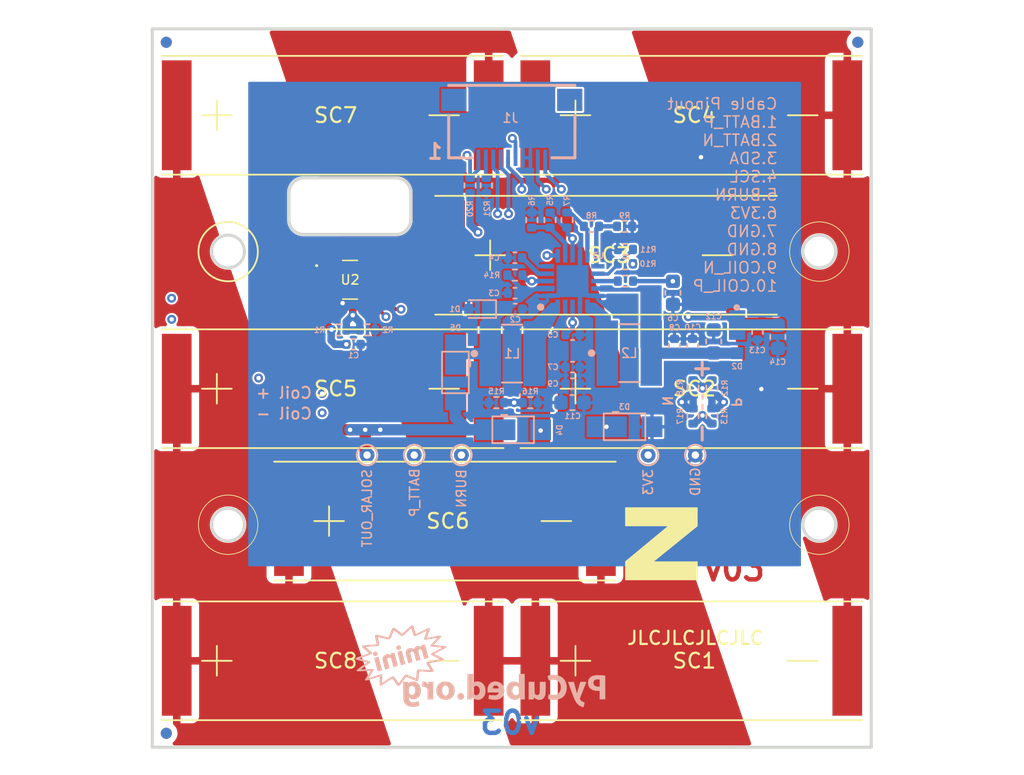
<source format=kicad_pcb>
(kicad_pcb (version 20211014) (generator pcbnew)
  (layers (0 "F.Cu" signal "Top") (1 "In1.Cu" signal) (2 "In2.Cu" signal) (3 "In3.Cu" signal) (4 "In4.Cu" signal) (31 "B.Cu" signal "Bottom") (34 "B.Paste" user) (35 "F.Paste" user) (36 "B.SilkS" user "B.Silkscreen") (37 "F.SilkS" user "F.Silkscreen") (38 "B.Mask" user) (39 "F.Mask" user) (44 "Edge.Cuts" user))
  (net 0 "")
  (net 1 "VSOLAR_FULL")
  (net 2 "+3V3")
  (net 3 "GND")
  (net 4 "SDA1")
  (net 5 "SCL1")
  (net 6 "BURN1")
  (net 7 "BATT_P")
  (net 8 "BATT_N")
  (net 9 "COIL_N")
  (net 10 "/VBAT")
  (net 11 "Net-(L1-Pad2)")
  (net 12 "VOUT_EN")
  (net 13 "VSOLAR")
  (net 14 "VBAT_OK")
  (net 15 "COIL_P")
  (net 16 "Net-(C4-Pad1)")
  (net 17 "Net-(C10-Pad1)")
  (net 18 "Net-(C11-Pad1)")
  (net 19 "Net-(L2-Pad1)")
  (net 20 "Net-(R10-Pad2)")
  (net 21 "Net-(R5-Pad1)")
  (net 22 "Net-(R7-Pad1)")
  (net 23 "Net-(R8-Pad1)")
  (net 24 "Net-(R10-Pad1)")
  (net 25 "Net-(R14-Pad1)")
  (net 26 "/coil")
  (net 27 "Net-(D3-Pad1)")
  (net 28 "Net-(R1-Pad1)")
  (footprint "SolarCellParts:KXOB25-05X3F" (layer "F.Cu") (at 109.6264 82.565799)
    (fp_text reference "SC1")
    (fp_text value "SolarCell")
  )
  (footprint "SolarCellParts:KXOB25-05X3F" (layer "F.Cu") (at 109.6264 64.2366)
    (fp_text reference "SC2")
    (fp_text value "SolarCell")
  )
  (footprint "SolarCellParts:KXOB25-05X3F" (layer "F.Cu") (at 103.886 55.245)
    (fp_text reference "SC3")
    (fp_text value "SolarCell")
  )
  (footprint "SolarCellParts:KXOB25-05X3F" (layer "F.Cu") (at 109.6264 45.815783)
    (fp_text reference "SC4")
    (fp_text value "SolarCell")
  )
  (footprint "SolarCellParts:KXOB25-05X3F" (layer "F.Cu") (at 85.484401 64.2366)
    (fp_text reference "SC5")
    (fp_text value "SolarCell")
  )
  (footprint "SolarCellParts:KXOB25-05X3F" (layer "F.Cu") (at 93.0402 73.152)
    (fp_text reference "SC6")
    (fp_text value "SolarCell")
  )
  (footprint "SolarCellParts:KXOB25-05X3F" (layer "F.Cu") (at 85.484394 45.815796)
    (fp_text reference "SC7")
    (fp_text value "SolarCell")
  )
  (footprint "SolarCellParts:KXOB25-05X3F" (layer "F.Cu") (at 85.484401 82.565799)
    (fp_text reference "SC8")
    (fp_text value "SolarCell")
  )
  (footprint "Fiducial:Fiducial_0.75mm_Mask1.5mm" (layer "F.Cu") (at 84.7835 40.9)
    (fp_text reference "REF**" hide)
    (fp_text value "Fiducial_0.75mm_Mask1.5mm")
  )
  (footprint "Fiducial:Fiducial_0.75mm_Mask1.5mm" (layer "F.Cu") (at 84.7835 87.45)
    (fp_text reference "REF**" hide)
    (fp_text value "Fiducial_0.75mm_Mask1.5mm")
  )
  (footprint "Fiducial:Fiducial_0.75mm_Mask1.5mm" (layer "F.Cu") (at 131.3335 40.9)
    (fp_text reference "REF**" hide)
    (fp_text value "Fiducial_0.75mm_Mask1.5mm")
  )
  (footprint "custom-footprints:ypanel" (layer "F.Cu") (at 118.7704 74.93 180)
    (fp_text reference "Ref**" hide)
    (fp_text value "Val**" hide)
  )
  (footprint "misc-circuits:TSL2561" (layer "F.Cu") (at 97.155 56.896)
    (fp_text reference "U2")
    (fp_text value "Value" hide)
  )
  (footprint "Resistor_SMD:R_0402_1005Metric" (layer "B.Cu") (at 111.76 52.874602 -90)
    (fp_text reference "R7")
    (fp_text value "374K")
  )
  (footprint "Capacitor_SMD:C_0402_1005Metric" (layer "B.Cu") (at 118.991 61.358202 90)
    (fp_text reference "C8")
    (fp_text value "4.7uF")
  )
  (footprint "Resistor_SMD:R_0402_1005Metric" (layer "B.Cu") (at 109.2882 65.173202 180)
    (fp_text reference "R16")
    (fp_text value "0")
  )
  (footprint "Resistor_SMD:R_0402_1005Metric" (layer "B.Cu") (at 108.2517 56.583002 180)
    (fp_text reference "R14")
    (fp_text value "0")
  )
  (footprint "Resistor_SMD:R_0402_1005Metric" (layer "B.Cu") (at 113.403 53.298702 180)
    (fp_text reference "R8")
    (fp_text value "8.25M")
  )
  (footprint "Resistor_SMD:R_0402_1005Metric" (layer "B.Cu") (at 115.689 55.821002)
    (fp_text reference "R10")
    (fp_text value "8.25M")
  )
  (footprint "Capacitor_SMD:C_0402_1005Metric" (layer "B.Cu") (at 124.579 60.443802 -90)
    (fp_text reference "C13")
    (fp_text value "0.1uF")
  )
  (footprint "Resistor_SMD:R_0402_1005Metric" (layer "B.Cu") (at 109.3898 52.874602 -90)
    (fp_text reference "R6")
    (fp_text value "5.62M")
  )
  (footprint "Resistor_SMD:R_0402_1005Metric" (layer "B.Cu") (at 110.617 52.874602 90)
    (fp_text reference "R5")
    (fp_text value "7.32M")
  )
  (footprint "Resistor_SMD:R_0402_1005Metric" (layer "B.Cu") (at 115.6382 53.298702 180)
    (fp_text reference "R9")
    (fp_text value "4.53M")
  )
  (footprint "Resistor_SMD:R_0402_1005Metric" (layer "B.Cu") (at 115.689 54.855802)
    (fp_text reference "R11")
    (fp_text value "4.75M")
  )
  (footprint "Capacitor_SMD:C_0603_1608Metric" (layer "B.Cu") (at 121.6326 61.053402 90)
    (fp_text reference "C12")
    (fp_text value "100uF")
  )
  (footprint "Diode_SMD:D_SOD-523" (layer "B.Cu") (at 105.8338 58.869002 180)
    (fp_text reference "D1")
    (fp_text value "SDM20U40-7")
  )
  (footprint "Capacitor_SMD:C_0603_1608Metric" (layer "B.Cu") (at 125.9506 60.748602 -90)
    (fp_text reference "C14")
    (fp_text value "100uF")
  )
  (footprint "Capacitor_SMD:C_0402_1005Metric" (layer "B.Cu") (at 112.133 63.898202)
    (fp_text reference "C9")
    (fp_text value "0.1uF")
  )
  (footprint "Capacitor_SMD:C_0603_1608Metric" (layer "B.Cu") (at 118.8894 57.776902 -90)
    (fp_text reference "C6")
    (fp_text value "100uF")
  )
  (footprint "Capacitor_SMD:C_0402_1005Metric" (layer "B.Cu") (at 120.2102 61.358202 90)
    (fp_text reference "C10")
    (fp_text value "0.1uF")
  )
  (footprint "Capacitor_SMD:C_0402_1005Metric" (layer "B.Cu") (at 108.2517 55.414602 180)
    (fp_text reference "C4")
    (fp_text value "10nF")
  )
  (footprint "Capacitor_SMD:C_0603_1608Metric" (layer "B.Cu") (at 112.1252 65.173202)
    (fp_text reference "C11")
    (fp_text value "100uF")
  )
  (footprint "Capacitor_SMD:C_0402_1005Metric" (layer "B.Cu") (at 97.3836 61.24509 180)
    (fp_text reference "C1")
    (fp_text value "1.0uF")
  )
  (footprint "Capacitor_SMD:C_0402_1005Metric" (layer "B.Cu") (at 108.2722 58.869002)
    (fp_text reference "C2")
    (fp_text value "0.1uF")
  )
  (footprint "Capacitor_SMD:C_0402_1005Metric" (layer "B.Cu") (at 112.133 62.780602)
    (fp_text reference "C7")
    (fp_text value "22uF")
  )
  (footprint "misc-circuits:LPS4018" (layer "B.Cu") (at 108.0612 61.871202)
    (fp_text reference "L1")
    (fp_text value "22uH-LPS4018-223MR" hide)
  )
  (footprint "Resistor_SMD:R_0402_1005Metric" (layer "B.Cu") (at 107.0022 65.173202)
    (fp_text reference "R15")
    (fp_text value "0")
  )
  (footprint "Capacitor_SMD:C_0402_1005Metric" (layer "B.Cu") (at 108.2517 57.802202 180)
    (fp_text reference "C3")
    (fp_text value "4.7uF")
  )
  (footprint "misc-circuits:LPS4018" (layer "B.Cu") (at 115.95044 61.838182)
    (fp_text reference "L2")
    (fp_text value "10uH-LPS4018-103MR" hide)
  )
  (footprint "Capacitor_SMD:C_0402_1005Metric" (layer "B.Cu") (at 112.133 60.596202)
    (fp_text reference "C5")
    (fp_text value "0.1uF")
  )
  (footprint "misc-circuits:XF2M-1015-1A" (layer "B.Cu") (at 108.04144 48.681767)
    (fp_text reference "J1")
    (fp_text value "XF2M-1015-1A" hide)
  )
  (footprint "Resistor_SMD:R_0402_1005Metric" (layer "B.Cu") (at 121.5136 66.0781 90)
    (fp_text reference "R13")
    (fp_text value "0")
  )
  (footprint "Resistor_SMD:R_0402_1005Metric" (layer "B.Cu") (at 121.5136 64.1731 90)
    (fp_text reference "R12")
    (fp_text value "0")
  )
  (footprint "Resistor_SMD:R_0402_1005Metric" (layer "B.Cu") (at 98.3234 60.2742 180)
    (fp_text reference "R2")
    (fp_text value "0")
  )
  (footprint "Resistor_SMD:R_0402_1005Metric" (layer "B.Cu") (at 106.3244 50.546 -90)
    (fp_text reference "R21")
    (fp_text value "0")
  )
  (footprint "Resistor_SMD:R_0402_1005Metric" (layer "B.Cu") (at 115.689 56.989402)
    (fp_text reference "R22" hide)
    (fp_text value "0")
  )
  (footprint "misc-circuits:MICROSMP" (layer "B.Cu") (at 123.2074 60.596202 -90)
    (fp_text reference "D2")
    (fp_text value "MSS1P4-M3_89A" hide)
  )
  (footprint "Resistor_SMD:R_0402_1005Metric" (layer "B.Cu") (at 105.2322 50.546 -90)
    (fp_text reference "R20")
    (fp_text value "0")
  )
  (footprint "Fiducial:Fiducial_0.75mm_Mask1.5mm" (layer "B.Cu") (at 131.3335 40.9)
    (fp_text reference "REF**" hide)
    (fp_text value "Fiducial_0.75mm_Mask1.5mm")
  )
  (footprint "Fiducial:Fiducial_0.75mm_Mask1.5mm" (layer "B.Cu") (at 84.7835 40.9)
    (fp_text reference "REF**" hide)
    (fp_text value "Fiducial_0.75mm_Mask1.5mm")
  )
  (footprint "Fiducial:Fiducial_0.75mm_Mask1.5mm" (layer "B.Cu") (at 84.7835 87.45)
    (fp_text reference "REF**" hide)
    (fp_text value "Fiducial_0.75mm_Mask1.5mm")
  )
  (footprint "SolarCellParts:SB Diode" (layer "B.Cu") (at 108.1317 67.001202)
    (fp_text reference "D4")
    (fp_text value "SBDiode")
  )
  (footprint "SolarCellParts:SB Diode" (layer "B.Cu") (at 104.2455 63.141202 -90)
    (fp_text reference "D5")
    (fp_text value "SBDiode")
  )
  (footprint "TestPoint:TestPoint_THTPad_D1.0mm_Drill0.5mm" (layer "B.Cu") (at 120.396 68.707)
    (fp_text reference "TP2" hide)
    (fp_text value "TP")
  )
  (footprint "TestPoint:TestPoint_THTPad_D1.0mm_Drill0.5mm" (layer "B.Cu") (at 117.221 68.707)
    (fp_text reference "TP3" hide)
    (fp_text value "TP")
  )
  (footprint "Resistor_SMD:R_0402_1005Metric" (layer "B.Cu") (at 96.393 60.27989 180)
    (fp_text reference "R1")
    (fp_text value "0")
  )
  (footprint "TestPoint:TestPoint_THTPad_D1.0mm_Drill0.5mm" (layer "B.Cu") (at 98.298 68.707)
    (fp_text reference "TP1" hide)
    (fp_text value "TP")
  )
  (footprint "TestPoint:TestPoint_THTPad_D1.0mm_Drill0.5mm" (layer "B.Cu") (at 104.648 68.707)
    (fp_text reference "TP4" hide)
    (fp_text value "TP")
  )
  (footprint "custom-footprints:pycubed_mini_logo" (layer "B.Cu") (at 99.126009 82.414348 180)
    (fp_text reference "Ref**" hide)
    (fp_text value "Val**" hide)
  )
  (footprint "Resistor_SMD:R_0402_1005Metric" (layer "B.Cu") (at 120.2436 66.0781 -90)
    (fp_text reference "R17")
    (fp_text value "0")
  )
  (footprint "TestPoint:TestPoint_THTPad_D1.0mm_Drill0.5mm" (layer "B.Cu") (at 101.473 68.707)
    (fp_text reference "TP5" hide)
    (fp_text value "TP")
  )
  (footprint "Resistor_SMD:R_0402_1005Metric" (layer "B.Cu") (at 120.2436 64.1731 -90)
    (fp_text reference "R18")
    (fp_text value "0")
  )
  (footprint "SolarCellParts:SB Diode" (layer "B.Cu") (at 115.6302 66.801602)
    (fp_text reference "D3")
    (fp_text value "MSS1P4-M3_89A")
  )
  (footprint "misc-circuits:QFN50P350X350X100-21N-D" (layer "B.Cu") (at 112.133 56.989402)
    (fp_text reference "U3")
    (fp_text value "Value" hide)
  )
  (gr_line (start 120.8786 65.6209) (end 120.8786 65.3034) (layer "B.SilkS") (width 0.12))
  (gr_line (start 120.8786 64.6049) (end 120.8786 64.9224) (layer "B.SilkS") (width 0.12))
  (gr_circle (center 128.746 55) (end 130.746 55) (layer "F.SilkS") (width 0.05) (fill none))
  (gr_circle (center 128.746 73.4) (end 130.746 73.4) (layer "F.SilkS") (width 0.05) (fill none))
  (gr_circle (center 88.946 73.4) (end 90.946 73.4) (layer "F.SilkS") (width 0.05) (fill none))
  (gr_circle (center 88.946 55) (end 90.946 55) (layer "F.SilkS") (width 0.12) (fill none))
  (gr_circle (center 88.941 54.991) (end 87.841 54.991) (layer "Edge.Cuts") (width 0.2) (fill none))
  (gr_line (start 100.241 50.041) (end 94.041 50.041) (layer "Edge.Cuts") (width 0.2))
  (gr_line (start 132.241 39.991) (end 132.241 88.391) (layer "Edge.Cuts") (width 0.2))
  (gr_line (start 132.241 88.391) (end 83.841 88.391) (layer "Edge.Cuts") (width 0.2))
  (gr_circle (center 88.941 73.391) (end 87.841 73.391) (layer "Edge.Cuts") (width 0.2) (fill none))
  (gr_line (start 83.841 88.391) (end 83.841 39.991) (layer "Edge.Cuts") (width 0.2))
  (gr_line (start 83.841 39.991) (end 132.241 39.991) (layer "Edge.Cuts") (width 0.2))
  (gr_line (start 94.041 53.841) (end 100.241 53.841) (layer "Edge.Cuts") (width 0.2))
  (gr_circle (center 128.741003 73.390989) (end 129.841003 73.390989) (layer "Edge.Cuts") (width 0.2) (fill none))
  (gr_circle (center 128.741 54.991) (end 127.641 54.991) (layer "Edge.Cuts") (width 0.2) (fill none))
  (gr_line (start 101.241 52.841) (end 101.241 51.041) (layer "Edge.Cuts") (width 0.2))
  (gr_line (start 93.041 51.041) (end 93.041 52.841) (layer "Edge.Cuts") (width 0.2))
  (gr_arc (start 100.241 50.041) (mid 100.948107 50.333893) (end 101.241 51.041) (layer "Edge.Cuts") (width 0.2))
  (gr_arc (start 94.041 53.841) (mid 93.333893 53.548107) (end 93.041 52.841) (layer "Edge.Cuts") (width 0.2))
  (gr_arc (start 101.241 52.841) (mid 100.948107 53.548107) (end 100.241 53.841) (layer "Edge.Cuts") (width 0.2))
  (gr_arc (start 93.041 51.041) (mid 93.333893 50.333893) (end 94.041 50.041) (layer "Edge.Cuts") (width 0.2))
  (gr_text "v03\n" (at 123.0376 76.4032) (layer "F.Cu") (effects (font (size 1.5 1.5) (thickness 0.3))))
  (gr_text "v03\n" (at 107.95 86.741) (layer "B.Cu") (effects (font (size 1.5 1.5) (thickness 0.3)) (justify mirror)))
  (gr_text "3V3" (at 117.221 69.596 90) (layer "B.SilkS") (effects (font (size 0.635 0.635) (thickness 0.1016)) (justify left mirror)))
  (gr_text "+" (at 120.777 62.8904 90) (layer "B.SilkS") (effects (font (size 1.143 1.143) (thickness 0.2032)) (justify mirror)))
  (gr_text "-" (at 120.777 67.2592 90) (layer "B.SilkS") (effects (font (size 1.143 1.143) (thickness 0.2032)) (justify mirror)))
  (gr_text "GND" (at 120.396 69.469 90) (layer "B.SilkS") (effects (font (size 0.635 0.635) (thickness 0.1016)) (justify left mirror)))
  (gr_text "P" (at 123.1392 65.151 270) (layer "B.SilkS") (effects (font (size 0.635 0.635) (thickness 0.127)) (justify mirror)))
  (gr_text "N" (at 118.5672 65.057652 90) (layer "B.SilkS") (effects (font (size 0.635 0.635) (thickness 0.127)) (justify mirror)))
  (gr_text "BATT_P" (at 101.4984 69.5452 90) (layer "B.SilkS") (effects (font (size 0.635 0.635) (thickness 0.1016)) (justify left mirror)))
  (gr_text "BURN" (at 104.648 69.596 90) (layer "B.SilkS") (effects (font (size 0.635 0.635) (thickness 0.1016)) (justify left mirror)))
  (gr_text "Cable Pinout\n1.BATT_P\n2.BATT_N\n3.SDA\n4.SCL\n5.BURN\n6.3V3\n7.GND\n8.GND\n9.COIL_N\n10.COIL_P\n" (at 125.984 51.181) (layer "B.SilkS") (effects (font (size 0.762 0.762) (thickness 0.1016)) (justify left mirror)))
  (gr_text "Coil -" (at 92.71 65.913) (layer "B.SilkS") (effects (font (size 0.762 0.762) (thickness 0.127)) (justify mirror)))
  (gr_text "1" (at 102.87 48.26) (layer "B.SilkS") (effects (font (size 1.016 1.016) (thickness 0.2032)) (justify mirror)))
  (gr_text "SOLAR_OUT\n" (at 98.298 69.596 90) (layer "B.SilkS") (effects (font (size 0.635 0.635) (thickness 0.1016)) (justify left mirror)))
  (gr_text "Coil +" (at 92.71 64.516) (layer "B.SilkS") (effects (font (size 0.762 0.762) (thickness 0.127)) (justify mirror)))
  (gr_text "JLCJLCJLCJLC" (at 120.396 81.026) (layer "F.SilkS") (effects (font (size 0.889 0.889))))
  (segment (start 98.171 67.002002) (end 98.171 68.58) (width 0.762) (layer "F.Cu") (net 1))
  (segment (start 99.187 67.002002) (end 99.183802 67.0052) (width 0.762) (layer "F.Cu") (net 1))
  (segment (start 97.155 67.0052) (end 94.7928 67.0052) (width 0.762) (layer "F.Cu") (net 1))
  (segment (start 98.6028 67.0052) (end 97.155 67.0052) (width 0.762) (layer "F.Cu") (net 1))
  (segment (start 92.7862 71.2978) (end 92.7862 73.152) (width 0.762) (layer "F.Cu") (net 1))
  (segment (start 94.7928 67.0052) (end 93.0402 68.7578) (width 0.762) (layer "F.Cu") (net 1))
  (segment (start 98.171 68.58) (end 98.298 68.707) (width 0.762) (layer "F.Cu") (net 1))
  (segment (start 99.183802 67.0052) (end 98.6028 67.0052) (width 0.762) (layer "F.Cu") (net 1))
  (segment (start 93.0402 68.7578) (end 93.0402 73.152) (width 0.762) (layer "F.Cu") (net 1))
  (via (at 99.187 67.002002) (size 0.6) (drill 0.3) (layers "F.Cu" "B.Cu") (net 1))
  (via (at 97.155 67.0052) (size 0.6) (drill 0.3) (layers "F.Cu" "B.Cu") (net 1))
  (via (at 98.171 67.002002) (size 0.6) (drill 0.3) (layers "F.Cu" "B.Cu") (net 1))
  (segment (start 98.171 67.002002) (end 99.187 67.002002) (width 0.762) (layer "B.Cu") (net 1))
  (segment (start 106.9317 67.001202) (end 106.9309 67.002002) (width 0.762) (layer "B.Cu") (net 1))
  (segment (start 99.187 67.002002) (end 105.590998 67.002002) (width 0.762) (layer "B.Cu") (net 1))
  (segment (start 106.9309 67.002002) (end 105.590998 67.002002) (width 0.762) (layer "B.Cu") (net 1))
  (segment (start 97.158198 67.002002) (end 97.155 67.0052) (width 0.762) (layer "B.Cu") (net 1))
  (segment (start 98.171 67.002002) (end 97.158198 67.002002) (width 0.762) (layer "B.Cu") (net 1))
  (segment (start 105.0583 67.002002) (end 104.2455 66.189202) (width 0.762) (layer "B.Cu") (net 1))
  (segment (start 104.2455 66.189202) (end 104.2455 64.991202) (width 0.762) (layer "B.Cu") (net 1))
  (segment (start 105.590998 67.002002) (end 105.0583 67.002002) (width 0.762) (layer "B.Cu") (net 1))
  (segment (start 95.705 55.946) (end 95.093978 55.946) (width 0.508) (layer "F.Cu") (net 2))
  (segment (start 94.488 56.551978) (end 94.488 58.83209) (width 0.508) (layer "F.Cu") (net 2))
  (segment (start 95.093978 55.946) (end 94.488 56.551978) (width 0.508) (layer "F.Cu") (net 2))
  (segment (start 94.488 58.83209) (end 95.9104 60.25449) (width 0.508) (layer "F.Cu") (net 2))
  (via (at 119.9228 59.384802) (size 0.6) (drill 0.3) (layers "F.Cu" "B.Cu") (net 2))
  (via (at 108.077 47.371) (size 0.6) (drill 0.3) (layers "F.Cu" "B.Cu") (net 2))
  (via (at 96.9036 61.24509) (size 0.6) (drill 0.3) (layers "F.Cu" "B.Cu") (net 2))
  (via (at 95.9104 60.25449) (size 0.6) (drill 0.3) (layers "F.Cu" "B.Cu") (net 2))
  (segment (start 119.9228 59.384802) (end 122.646 59.384802) (width 0.508) (layer "B.Cu") (net 2))
  (segment (start 125.9357 59.946202) (end 125.9506 59.961102) (width 0.762) (layer "B.Cu") (net 2))
  (segment (start 96.14269 61.24509) (end 96.9036 61.24509) (width 0.508) (layer "B.Cu") (net 2))
  (segment (start 122.646 59.384802) (end 123.2074 59.946202) (width 0.508) (layer "B.Cu") (net 2))
  (segment (start 95.883 60.9854) (end 96.14269 61.24509) (width 0.508) (layer "B.Cu") (net 2))
  (segment (start 108.29144 48.681767) (end 108.29144 47.58544) (width 0.254) (layer "B.Cu") (net 2))
  (segment (start 123.2074 59.946202) (end 125.9357 59.946202) (width 0.762) (layer "B.Cu") (net 2))
  (segment (start 108.29144 47.58544) (end 108.077 47.371) (width 0.254) (layer "B.Cu") (net 2))
  (segment (start 95.883 60.27989) (end 95.883 60.9854) (width 0.508) (layer "B.Cu") (net 2))
  (segment (start 96.6523 58.4708) (end 96.6092 58.4708) (width 0.508) (layer "F.Cu") (net 3))
  (segment (start 96.6092 58.4708) (end 95.9844 57.846) (width 0.508) (layer "F.Cu") (net 3))
  (via (at 120.777 48.641) (size 0.6) (drill 0.3) (layers "F.Cu" "B.Cu") (net 3))
  (via (at 124.841 64.262) (size 0.6) (drill 0.3) (layers "F.Cu" "B.Cu") (net 3))
  (via (at 96.6523 58.4708) (size 0.6) (drill 0.3) (layers "F.Cu" "B.Cu") (net 3))
  (segment (start 113.104089 57.960491) (end 112.133 56.989402) (width 0.3048) (layer "B.Cu") (net 3))
  (segment (start 112.633 57.489402) (end 112.133 56.989402) (width 0.3048) (layer "B.Cu") (net 3))
  (segment (start 112.633 56.489402) (end 112.133 56.989402) (width 0.3048) (layer "B.Cu") (net 3))
  (segment (start 110.461911 57.960491) (end 111.161911 57.960491) (width 0.3048) (layer "B.Cu") (net 3))
  (segment (start 110.433 57.989402) (end 110.461911 57.960491) (width 0.3048) (layer "B.Cu") (net 3))
  (segment (start 112.633 55.289402) (end 112.633 56.489402) (width 0.3048) (layer "B.Cu") (net 3))
  (segment (start 113.804089 57.960491) (end 113.104089 57.960491) (width 0.3048) (layer "B.Cu") (net 3))
  (segment (start 111.161911 57.960491) (end 112.133 56.989402) (width 0.3048) (layer "B.Cu") (net 3))
  (segment (start 112.633 58.689402) (end 112.633 57.489402) (width 0.3048) (layer "B.Cu") (net 3))
  (segment (start 99.126 55.946) (end 98.605 55.946) (width 0.254) (layer "F.Cu") (net 4))
  (segment (start 100.2083 58.8825) (end 99.7712 58.4454) (width 0.254) (layer "F.Cu") (net 4))
  (segment (start 100.584 58.8825) (end 100.2083 58.8825) (width 0.254) (layer "F.Cu") (net 4))
  (segment (start 99.7712 58.4454) (end 99.7712 56.5912) (width 0.254) (layer "F.Cu") (net 4))
  (segment (start 99.7712 56.5912) (end 99.126 55.946) (width 0.254) (layer "F.Cu") (net 4))
  (via (at 107.0864 52.451) (size 0.6) (drill 0.3) (layers "F.Cu" "B.Cu") (net 4))
  (via (at 100.584 58.8825) (size 0.6) (drill 0.3) (layers "F.Cu" "B.Cu") (net 4))
  (segment (start 106.79144 49.363789) (end 106.79144 48.681767) (width 0.254) (layer "B.Cu") (net 4))
  (segment (start 107.0864 52.451) (end 107.0864 49.658749) (width 0.254) (layer "B.Cu") (net 4))
  (segment (start 107.0864 49.658749) (end 106.79144 49.363789) (width 0.254) (layer "B.Cu") (net 4))
  (segment (start 98.605 58.4222) (end 98.605 57.846) (width 0.254) (layer "F.Cu") (net 5))
  (segment (start 99.568 59.3852) (end 98.605 58.4222) (width 0.254) (layer "F.Cu") (net 5))
  (via (at 99.568 59.3852) (size 0.6) (drill 0.3) (layers "F.Cu" "B.Cu") (net 5))
  (via (at 107.823 52.451) (size 0.6) (drill 0.3) (layers "F.Cu" "B.Cu") (net 5))
  (segment (start 107.823 52.451) (end 107.812322 52.440322) (width 0.254) (layer "B.Cu") (net 5))
  (segment (start 107.29144 49.325653) (end 107.29144 48.681767) (width 0.254) (layer "B.Cu") (net 5))
  (segment (start 107.812322 49.846535) (end 107.29144 49.325653) (width 0.254) (layer "B.Cu") (net 5))
  (segment (start 107.812322 52.440322) (end 107.812322 49.846535) (width 0.254) (layer "B.Cu") (net 5))
  (via (at 108.712 50.8) (size 0.6) (drill 0.3) (layers "F.Cu" "B.Cu") (net 6))
  (segment (start 108.712 50.208077) (end 108.712 50.8) (width 0.254) (layer "B.Cu") (net 6))
  (segment (start 107.79144 49.287517) (end 108.712 50.208077) (width 0.254) (layer "B.Cu") (net 6))
  (segment (start 107.79144 48.681767) (end 107.79144 49.287517) (width 0.254) (layer "B.Cu") (net 6))
  (via (at 105.029 48.514) (size 0.6) (drill 0.3) (layers "F.Cu" "B.Cu") (net 7))
  (segment (start 105.2322 48.7172) (end 105.029 48.514) (width 0.254) (layer "B.Cu") (net 7))
  (segment (start 105.79144 49.47676) (end 105.2322 50.036) (width 0.254) (layer "B.Cu") (net 7))
  (segment (start 105.79144 48.681767) (end 105.79144 49.47676) (width 0.254) (layer "B.Cu") (net 7))
  (segment (start 105.2322 50.036) (end 105.2322 48.7172) (width 0.254) (layer "B.Cu") (net 7))
  (segment (start 106.29144 48.681767) (end 106.29144 50.00304) (width 0.254) (layer "B.Cu") (net 8))
  (segment (start 106.29144 50.00304) (end 106.3244 50.036) (width 0.254) (layer "B.Cu") (net 8))
  (via (at 110.363 50.8) (size 0.6) (drill 0.3) (layers "F.Cu" "B.Cu") (net 9))
  (via (at 119.4816 65.1383) (size 0.6) (drill 0.3) (layers "F.Cu" "B.Cu") (net 9))
  (segment (start 120.2436 64.6831) (end 119.9368 64.6831) (width 0.508) (layer "B.Cu") (net 9))
  (segment (start 110.363 50.8) (end 109.79144 50.22844) (width 0.254) (layer "B.Cu") (net 9))
  (segment (start 120.2436 65.5681) (end 119.9114 65.5681) (width 0.508) (layer "B.Cu") (net 9))
  (segment (start 119.9368 64.6831) (end 119.4816 65.1383) (width 0.508) (layer "B.Cu") (net 9))
  (segment (start 119.9114 65.5681) (end 119.4816 65.1383) (width 0.508) (layer "B.Cu") (net 9))
  (segment (start 109.79144 50.22844) (end 109.79144 48.681767) (width 0.254) (layer "B.Cu") (net 9))
  (segment (start 120.2436 65.5681) (end 120.2436 64.6831) (width 0.508) (layer "B.Cu") (net 9))
  (via (at 112.133 59.783402) (size 0.6) (drill 0.3) (layers "F.Cu" "B.Cu") (net 10))
  (via (at 105.766891 53.696891) (size 0.6) (drill 0.3) (layers "F.Cu" "B.Cu") (net 10))
  (segment (start 105.2322 51.056) (end 105.2322 53.1622) (width 0.508) (layer "B.Cu") (net 10))
  (segment (start 111.6758 60.596202) (end 111.648 60.596202) (width 0.3048) (layer "B.Cu") (net 10))
  (segment (start 112.133 58.689402) (end 112.133 59.783402) (width 0.29972) (layer "B.Cu") (net 10))
  (segment (start 105.2322 53.1622) (end 105.766891 53.696891) (width 0.508) (layer "B.Cu") (net 10))
  (segment (start 112.133 60.139002) (end 111.6758 60.596202) (width 0.3048) (layer "B.Cu") (net 10))
  (segment (start 112.133 59.783402) (end 112.133 60.139002) (width 0.3048) (layer "B.Cu") (net 10))
  (via (at 110.4058 55.262202) (size 0.6) (drill 0.3) (layers "F.Cu" "B.Cu") (net 12))
  (via (at 118.8814 56.997202) (size 0.6) (drill 0.3) (layers "F.Cu" "B.Cu") (net 12))
  (segment (start 110.4058 55.262202) (end 111.1058 55.262202) (width 0.3048) (layer "B.Cu") (net 12))
  (segment (start 118.8814 56.997202) (end 118.8736 56.989402) (width 0.3048) (layer "B.Cu") (net 12))
  (segment (start 111.1058 55.262202) (end 111.133 55.289402) (width 0.3048) (layer "B.Cu") (net 12))
  (segment (start 118.8736 56.989402) (end 116.174 56.989402) (width 0.3048) (layer "B.Cu") (net 12))
  (segment (start 108.7367 57.553002) (end 108.7367 57.807202) (width 0.29972) (layer "B.Cu") (net 13))
  (segment (start 107.7667 56.583002) (end 108.7367 57.553002) (width 0.29972) (layer "B.Cu") (net 13))
  (segment (start 104.3155 61.871202) (end 104.2455 61.941202) (width 0.762) (layer "B.Cu") (net 13))
  (segment (start 106.58165 61.871202) (end 104.3155 61.871202) (width 0.762) (layer "B.Cu") (net 13))
  (segment (start 113.833 56.989402) (end 115.204 56.989402) (width 0.3048) (layer "B.Cu") (net 14))
  (via (at 122.301 65.1383) (size 0.6) (drill 0.3) (layers "F.Cu" "B.Cu") (net 15))
  (via (at 111.379 50.8) (size 0.6) (drill 0.3) (layers "F.Cu" "B.Cu") (net 15))
  (segment (start 110.29144 49.71244) (end 110.29144 48.681767) (width 0.254) (layer "B.Cu") (net 15))
  (segment (start 111.379 50.8) (end 110.29144 49.71244) (width 0.254) (layer "B.Cu") (net 15))
  (segment (start 121.5136 65.5681) (end 121.8712 65.5681) (width 0.508) (layer "B.Cu") (net 15))
  (segment (start 121.5136 64.6831) (end 121.8458 64.6831) (width 0.508) (layer "B.Cu") (net 15))
  (segment (start 121.8712 65.5681) (end 122.301 65.1383) (width 0.508) (layer "B.Cu") (net 15))
  (segment (start 121.5136 65.5681) (end 121.5136 64.6831) (width 0.508) (layer "B.Cu") (net 15))
  (segment (start 121.8458 64.6831) (end 122.301 65.1383) (width 0.508) (layer "B.Cu") (net 15))
  (segment (start 110.433 56.489402) (end 109.8319 56.489402) (width 0.3048) (layer "B.Cu") (net 16))
  (segment (start 109.8319 56.489402) (end 108.7367 55.394202) (width 0.3048) (layer "B.Cu") (net 16))
  (segment (start 117.43801 61.846202) (end 117.42999 61.838182) (width 0.762) (layer "B.Cu") (net 17))
  (segment (start 123.2074 61.846202) (end 117.43801 61.846202) (width 0.762) (layer "B.Cu") (net 17))
  (via (at 112.1252 54.124202) (size 0.6) (drill 0.3) (layers "F.Cu" "B.Cu") (net 20))
  (via (at 116.189 55.841102) (size 0.6) (drill 0.3) (layers "F.Cu" "B.Cu") (net 20))
  (segment (start 116.189 55.831002) (end 116.199 55.821002) (width 0.29972) (layer "B.Cu") (net 20))
  (segment (start 110.6216 52.369202) (end 111.8077 53.555302) (width 0.29972) (layer "B.Cu") (net 20))
  (segment (start 112.133 55.289402) (end 112.133 54.132002) (width 0.29972) (layer "B.Cu") (net 20))
  (segment (start 116.189 55.841102) (end 116.189 55.831002) (width 0.29972) (layer "B.Cu") (net 20))
  (segment (start 111.8077 53.555302) (end 111.8077 53.806702) (width 0.29972) (layer "B.Cu") (net 20))
  (segment (start 111.8077 53.806702) (end 112.1252 54.124202) (width 0.29972) (layer "B.Cu") (net 20))
  (segment (start 112.133 54.132002) (end 112.1252 54.124202) (width 0.29972) (layer "B.Cu") (net 20))
  (segment (start 111.633 55.293498) (end 111.633 54.434502) (width 0.29972) (layer "B.Cu") (net 21))
  (segment (start 111.633 54.434502) (end 110.5581 53.359602) (width 0.29972) (layer "B.Cu") (net 21))
  (segment (start 110.5581 53.359602) (end 109.3898 53.359602) (width 0.29972) (layer "B.Cu") (net 21))
  (segment (start 113.133 53.538702) (end 111.9589 52.364602) (width 0.29972) (layer "B.Cu") (net 22))
  (segment (start 111.9589 52.364602) (end 111.76 52.364602) (width 0.29972) (layer "B.Cu") (net 22))
  (segment (start 113.133 55.289402) (end 113.133 53.538702) (width 0.29972) (layer "B.Cu") (net 22))
  (segment (start 113.731479 53.447423) (end 113.8802 53.298702) (width 0.29972) (layer "B.Cu") (net 23))
  (segment (start 113.833 55.989402) (end 113.731479 55.887881) (width 0.29972) (layer "B.Cu") (net 23))
  (segment (start 113.731479 55.887881) (end 113.731479 53.447423) (width 0.29972) (layer "B.Cu") (net 23))
  (segment (start 113.8802 53.298702) (end 115.1532 53.298702) (width 0.29972) (layer "B.Cu") (net 23))
  (segment (start 116.1662 54.868702) (end 115.1962 55.838702) (width 0.2286) (layer "B.Cu") (net 24))
  (segment (start 116.1662 54.855802) (end 116.1662 54.868702) (width 0.2286) (layer "B.Cu") (net 24))
  (segment (start 114.526044 56.508858) (end 115.1962 55.838702) (width 0.2286) (layer "B.Cu") (net 24))
  (segment (start 113.84836 56.508858) (end 114.526044 56.508858) (width 0.2286) (layer "B.Cu") (net 24))
  (via (at 109.3898 56.989402) (size 0.6) (drill 0.3) (layers "F.Cu" "B.Cu") (net 25))
  (via (at 108.199898 65.173202) (size 0.6) (drill 0.3) (layers "F.Cu" "B.Cu") (net 25))
  (segment (start 107.5122 65.173202) (end 108.199898 65.173202) (width 0.508) (layer "B.Cu") (net 25))
  (segment (start 110.433 56.989402) (end 109.3898 56.989402) (width 0.3048) (layer "B.Cu") (net 25))
  (segment (start 109.3898 56.989402) (end 109.1431 56.989402) (width 0.3048) (layer "B.Cu") (net 25))
  (segment (start 109.1431 56.989402) (end 108.7367 56.583002) (width 0.3048) (layer "B.Cu") (net 25))
  (segment (start 108.199898 65.173202) (end 108.7782 65.173202) (width 0.508) (layer "B.Cu") (net 25))
  (via (at 85.1408 58.1406) (size 0.6) (drill 0.3) (layers "F.Cu" "B.Cu") (net 26))
  (via (at 85.1465 59.563) (size 0.6) (drill 0.3) (layers "F.Cu" "B.Cu") (net 26))
  (via (at 90.9963 63.5204) (size 0.6) (drill 0.3) (layers "F.Cu" "B.Cu") (net 26))
  (via (at 95.2754 64.5668) (size 0.6) (drill 0.3) (layers "F.Cu" "B.Cu") (net 26))
  (via (at 95.2754 65.8622) (size 0.6) (drill 0.3) (layers "F.Cu" "B.Cu") (net 26))
  (via (at 120.8786 66.038931) (size 0.6) (drill 0.3) (layers "F.Cu" "B.Cu") (net 26))
  (via (at 120.8786 64.212269) (size 0.6) (drill 0.3) (layers "F.Cu" "B.Cu") (net 26))
  (segment (start 120.8786 64.212269) (end 120.329431 63.6631) (width 0.508) (layer "B.Cu") (net 26))
  (segment (start 120.8786 64.212269) (end 121.427769 63.6631) (width 0.508) (layer "B.Cu") (net 26))
  (segment (start 120.8786 66.038931) (end 120.329431 66.5881) (width 0.508) (layer "B.Cu") (net 26))
  (segment (start 121.445169 63.645952) (end 121.531 63.645952) (width 0.508) (layer "B.Cu") (net 26))
  (segment (start 121.427769 63.6631) (end 121.5136 63.6631) (width 0.508) (layer "B.Cu") (net 26))
  (segment (start 120.329431 63.6631) (end 120.2436 63.6631) (width 0.508) (layer "B.Cu") (net 26))
  (segment (start 120.8786 66.038931) (end 121.427769 66.5881) (width 0.508) (layer "B.Cu") (net 26))
  (segment (start 120.346831 63.645952) (end 120.261 63.645952) (width 0.508) (layer "B.Cu") (net 26))
  (segment (start 106.484401 64.2366) (end 109.6264 64.2366) (width 0.508) (layer "F.Cu") (net 27))
  (segment (start 109.626377 45.815796) (end 109.62639 45.815809) (width 0.508) (layer "F.Cu") (net 27))
  (segment (start 106.484394 45.815796) (end 109.626377 45.815796) (width 0.508) (layer "F.Cu") (net 27))
  (segment (start 106.484401 82.565799) (end 109.6264 82.565799) (width 0.508) (layer "F.Cu") (net 27))
  (via (at 114.411 66.801602) (size 0.6) (drill 0.3) (layers "F.Cu" "B.Cu") (net 27))
  (via (at 109.982 67.056) (size 0.6) (drill 0.3) (layers "F.Cu" "B.Cu") (net 27))
  (segment (start 96.595422 56.896) (end 95.705 56.896) (width 0.508) (layer "F.Cu") (net 28))
  (segment (start 97.3328 57.633378) (end 96.595422 56.896) (width 0.508) (layer "F.Cu") (net 28))
  (segment (start 97.3328 59.2836) (end 97.3328 57.633378) (width 0.508) (layer "F.Cu") (net 28))
  (via (at 97.3328 59.2836) (size 0.6) (drill 0.3) (layers "F.Cu" "B.Cu") (net 28))
  (segment (start 96.903 60.27989) (end 96.903 59.7134) (width 0.508) (layer "B.Cu") (net 28))
  (segment (start 96.903 59.7134) (end 97.3328 59.2836) (width 0.508) (layer "B.Cu") (net 28))
  (segment (start 97.8134 60.2742) (end 97.8134 59.7642) (width 0.508) (layer "B.Cu") (net 28))
  (segment (start 96.903 60.27989) (end 97.80771 60.27989) (width 0.508) (layer "B.Cu") (net 28))
  (segment (start 97.8134 59.7642) (end 97.3328 59.2836) (width 0.508) (layer "B.Cu") (net 28))
  (zone (net 3) (net_name "GND") (layer "F.Cu") (connect_pads (clearance 0.127)) (min_thickness 0.254) (fill yes (thermal_gap 0.508) (thermal_bridge_width 0.508))
    (polygon (pts (xy 132.461 88.646) (xy 115.951 39.751) (xy 132.461 39.751)))
  )
  (zone (net 1) (net_name "VSOLAR_FULL") (layer "F.Cu") (connect_pads (clearance 0.127)) (min_thickness 0.254) (fill yes (thermal_gap 0.508) (thermal_bridge_width 0.508))
    (polygon (pts (xy 83.571788 39.751) (xy 100.081788 88.646) (xy 83.571788 88.646)))
  )
  (zone (net 27) (net_name "Net-(D3-Pad1)") (layer "F.Cu") (connect_pads (clearance 0.127)) (min_thickness 0.254) (fill yes (thermal_gap 0.508) (thermal_bridge_width 0.508))
    (polygon (pts (xy 124.333 88.646) (xy 108.077 88.646) (xy 91.567 39.751) (xy 107.823 39.751)))
  )
  (zone (net 3) (net_name "GND") (layer "B.Cu") (connect_pads (clearance 0.127)) (min_thickness 0.127) (fill yes (thermal_gap 0.127) (thermal_bridge_width 0.2286))
    (polygon (pts (xy 127.508 43.561) (xy 127.508 76.2) (xy 90.297 76.2) (xy 90.297 43.561)))
  )
  (zone (net 11) (net_name "Net-(L1-Pad2)") (layer "B.Cu") (priority 6) (connect_pads yes (clearance 0.000001)) (min_thickness 0.2032) (fill yes (thermal_gap 0.508) (thermal_bridge_width 0.508))
    (polygon (pts (xy 111.20316 58.442202) (xy 111.20316 59.142458) (xy 110.3472 60.855202) (xy 110.3472 63.966702) (xy 109.0772 63.966702) (xy 109.3947 59.712202) (xy 110.6647 58.442202)))
  )
  (zone (net 19) (net_name "Net-(L2-Pad1)") (layer "B.Cu") (priority 4) (connect_pads yes (clearance 0.000001)) (min_thickness 0.2032) (fill yes (thermal_gap 0.508) (thermal_bridge_width 0.508))
    (polygon (pts (xy 113.6492 58.431258) (xy 113.13356 58.431258) (xy 113.13356 59.142458) (xy 113.6492 59.394702) (xy 113.6492 61.934702) (xy 114.70836 61.934702) (xy 114.70836 59.29398)))
  )
  (zone (net 17) (net_name "Net-(C10-Pad1)") (layer "B.Cu") (priority 6) (connect_pads yes (clearance 0.127)) (min_thickness 0.127) (fill yes (thermal_gap 0.127) (thermal_bridge_width 0.2286))
    (polygon (pts (xy 116.69212 61.515602) (xy 116.69212 59.648702) (xy 116.6972 59.648702) (xy 116.6972 57.700602) (xy 113.9618 57.700602) (xy 113.9618 57.248402) (xy 118.1274 57.243402) (xy 118.1196 61.515602)))
  )
  (zone (net 18) (net_name "Net-(C11-Pad1)") (layer "B.Cu") (priority 4) (connect_pads (clearance 0.127)) (min_thickness 0.127) (fill yes (thermal_gap 0.127) (thermal_bridge_width 0.2286))
    (polygon (pts (xy 111.8712 60.361658) (xy 111.8712 65.808202) (xy 108.3152 65.808202) (xy 108.3152 64.933658) (xy 109.17498 64.220702) (xy 110.39036 64.220702) (xy 110.39036 60.666458) (xy 111.5234 58.411802) (xy 111.8712 58.411802)))
  )
  (zone (net 13) (net_name "VSOLAR") (layer "B.Cu") (priority 4) (connect_pads yes (clearance 0.127)) (min_thickness 0.127) (fill yes (thermal_gap 0.127) (thermal_bridge_width 0.2286))
    (polygon (pts (xy 110.9822 57.680202) (xy 109.5852 57.680202) (xy 107.2992 59.521702) (xy 107.2992 63.776202) (xy 106.0292 63.776202) (xy 106.0292 58.505702) (xy 106.0292 58.315202) (xy 108.1882 58.315202) (xy 108.1882 57.299202) (xy 110.9822 57.299202)))
  )
)
</source>
